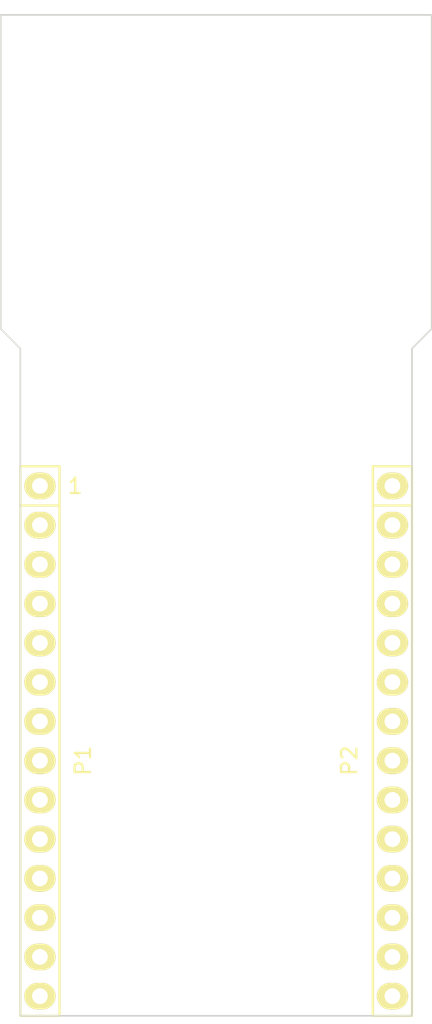
<source format=kicad_pcb>
(kicad_pcb (version 20221018) (generator pcbnew)
  (title_block (date "sam. 04 avril 2015"))
  (layers (0 "F.Cu" signal) (31 "B.Cu" signal) (34 "B.Paste" user) (35 "F.Paste" user) (36 "B.SilkS" user "B.Silkscreen") (37 "F.SilkS" user "F.Silkscreen") (38 "B.Mask" user) (39 "F.Mask" user) (44 "Edge.Cuts" user))
  (net 0 "")
  (net 1 "GND")
  (net 2 "/2")
  (net 3 "/3(**)")
  (net 4 "/4")
  (net 5 "/5(**)")
  (net 6 "/6(**)")
  (net 7 "/7")
  (net 8 "/8")
  (net 9 "/9(**)")
  (net 10 "/11(**/MOSI)")
  (net 11 "/12(MISO)")
  (net 12 "/AREF")
  (net 13 "/RxI")
  (net 14 "/TxO")
  (net 15 "/DTR")
  (net 16 "/A0")
  (net 17 "/A1")
  (net 18 "/A2")
  (net 19 "/A3")
  (net 20 "/A4(SDA)")
  (net 21 "/A5(SCL)")
  (net 22 "/A6")
  (net 23 "/A7")
  (net 24 "+3V3")
  (net 25 "/10(**/SS)")
  (net 26 "/13(SCK)")
  (footprint "Socket_Arduino_Fio:Socket_Strip_Straight_1x14" (layer "F.Cu") (at 130.048 92.456 -90)
    (fp_text reference "P1" (at 17.78 -2.794 270) (layer "F.SilkS"))
    (fp_text value "Digital")
    (fp_line (start -1.27 -1.27) (end -1.27 1.27) (stroke (width 0.15)) (layer "F.SilkS"))
    (fp_line (start -1.27 -1.27) (end 1.27 -1.27) (stroke (width 0.15)) (layer "F.SilkS"))
    (fp_line (start -1.27 1.27) (end 1.27 1.27) (stroke (width 0.15)) (layer "F.SilkS"))
    (fp_line (start 1.27 -1.27) (end 34.29 -1.27) (stroke (width 0.15)) (layer "F.SilkS"))
    (fp_line (start 1.27 1.27) (end 1.27 -1.27) (stroke (width 0.15)) (layer "F.SilkS"))
    (fp_line (start 34.29 -1.27) (end 34.29 1.27) (stroke (width 0.15)) (layer "F.SilkS"))
    (fp_line (start 34.29 1.27) (end 1.27 1.27) (stroke (width 0.15)) (layer "F.SilkS"))
    (pad "1" thru_hole oval locked (at 0 0 270) (size 1.7272 2.032) (drill 1.016) (layers "*.Cu" "*.Mask" "F.SilkS") (net 24 "+3V3"))
    (pad "2" thru_hole oval locked (at 2.54 0 270) (size 1.7272 2.032) (drill 1.016) (layers "*.Cu" "*.Mask" "F.SilkS") (net 1 "GND"))
    (pad "3" thru_hole oval locked (at 5.08 0 270) (size 1.7272 2.032) (drill 1.016) (layers "*.Cu" "*.Mask" "F.SilkS") (net 2 "/2"))
    (pad "4" thru_hole oval locked (at 7.62 0 270) (size 1.7272 2.032) (drill 1.016) (layers "*.Cu" "*.Mask" "F.SilkS") (net 3 "/3(**)"))
    (pad "5" thru_hole oval locked (at 10.16 0 270) (size 1.7272 2.032) (drill 1.016) (layers "*.Cu" "*.Mask" "F.SilkS") (net 4 "/4"))
    (pad "6" thru_hole oval locked (at 12.7 0 270) (size 1.7272 2.032) (drill 1.016) (layers "*.Cu" "*.Mask" "F.SilkS") (net 5 "/5(**)"))
    (pad "7" thru_hole oval locked (at 15.24 0 270) (size 1.7272 2.032) (drill 1.016) (layers "*.Cu" "*.Mask" "F.SilkS") (net 6 "/6(**)"))
    (pad "8" thru_hole oval locked (at 17.78 0 270) (size 1.7272 2.032) (drill 1.016) (layers "*.Cu" "*.Mask" "F.SilkS") (net 7 "/7"))
    (pad "9" thru_hole oval locked (at 20.32 0 270) (size 1.7272 2.032) (drill 1.016) (layers "*.Cu" "*.Mask" "F.SilkS") (net 8 "/8"))
    (pad "10" thru_hole oval locked (at 22.86 0 270) (size 1.7272 2.032) (drill 1.016) (layers "*.Cu" "*.Mask" "F.SilkS") (net 9 "/9(**)"))
    (pad "11" thru_hole oval locked (at 25.4 0 270) (size 1.7272 2.032) (drill 1.016) (layers "*.Cu" "*.Mask" "F.SilkS") (net 25 "/10(**/SS)"))
    (pad "12" thru_hole oval locked (at 27.94 0 270) (size 1.7272 2.032) (drill 1.016) (layers "*.Cu" "*.Mask" "F.SilkS") (net 10 "/11(**/MOSI)"))
    (pad "13" thru_hole oval locked (at 30.48 0 270) (size 1.7272 2.032) (drill 1.016) (layers "*.Cu" "*.Mask" "F.SilkS") (net 11 "/12(MISO)"))
    (pad "14" thru_hole oval locked (at 33.02 0 270) (size 1.7272 2.032) (drill 1.016) (layers "*.Cu" "*.Mask" "F.SilkS") (net 26 "/13(SCK)"))
  )
  (footprint "Socket_Arduino_Fio:Socket_Strip_Straight_1x14" (layer "F.Cu") (at 152.908 92.456 -90)
    (fp_text reference "P2" (at 17.78 2.794 270) (layer "F.SilkS"))
    (fp_text value "Analog")
    (fp_line (start -1.27 -1.27) (end -1.27 1.27) (stroke (width 0.15)) (layer "F.SilkS"))
    (fp_line (start -1.27 -1.27) (end 1.27 -1.27) (stroke (width 0.15)) (layer "F.SilkS"))
    (fp_line (start -1.27 1.27) (end 1.27 1.27) (stroke (width 0.15)) (layer "F.SilkS"))
    (fp_line (start 1.27 -1.27) (end 34.29 -1.27) (stroke (width 0.15)) (layer "F.SilkS"))
    (fp_line (start 1.27 1.27) (end 1.27 -1.27) (stroke (width 0.15)) (layer "F.SilkS"))
    (fp_line (start 34.29 -1.27) (end 34.29 1.27) (stroke (width 0.15)) (layer "F.SilkS"))
    (fp_line (start 34.29 1.27) (end 1.27 1.27) (stroke (width 0.15)) (layer "F.SilkS"))
    (pad "1" thru_hole oval locked (at 0 0 270) (size 1.7272 2.032) (drill 1.016) (layers "*.Cu" "*.Mask" "F.SilkS") (net 1 "GND"))
    (pad "2" thru_hole oval locked (at 2.54 0 270) (size 1.7272 2.032) (drill 1.016) (layers "*.Cu" "*.Mask" "F.SilkS") (net 12 "/AREF"))
    (pad "3" thru_hole oval locked (at 5.08 0 270) (size 1.7272 2.032) (drill 1.016) (layers "*.Cu" "*.Mask" "F.SilkS") (net 24 "+3V3"))
    (pad "4" thru_hole oval locked (at 7.62 0 270) (size 1.7272 2.032) (drill 1.016) (layers "*.Cu" "*.Mask" "F.SilkS") (net 13 "/RxI"))
    (pad "5" thru_hole oval locked (at 10.16 0 270) (size 1.7272 2.032) (drill 1.016) (layers "*.Cu" "*.Mask" "F.SilkS") (net 14 "/TxO"))
    (pad "6" thru_hole oval locked (at 12.7 0 270) (size 1.7272 2.032) (drill 1.016) (layers "*.Cu" "*.Mask" "F.SilkS") (net 15 "/DTR"))
    (pad "7" thru_hole oval locked (at 15.24 0 270) (size 1.7272 2.032) (drill 1.016) (layers "*.Cu" "*.Mask" "F.SilkS") (net 16 "/A0"))
    (pad "8" thru_hole oval locked (at 17.78 0 270) (size 1.7272 2.032) (drill 1.016) (layers "*.Cu" "*.Mask" "F.SilkS") (net 17 "/A1"))
    (pad "9" thru_hole oval locked (at 20.32 0 270) (size 1.7272 2.032) (drill 1.016) (layers "*.Cu" "*.Mask" "F.SilkS") (net 18 "/A2"))
    (pad "10" thru_hole oval locked (at 22.86 0 270) (size 1.7272 2.032) (drill 1.016) (layers "*.Cu" "*.Mask" "F.SilkS") (net 19 "/A3"))
    (pad "11" thru_hole oval locked (at 25.4 0 270) (size 1.7272 2.032) (drill 1.016) (layers "*.Cu" "*.Mask" "F.SilkS") (net 20 "/A4(SDA)"))
    (pad "12" thru_hole oval locked (at 27.94 0 270) (size 1.7272 2.032) (drill 1.016) (layers "*.Cu" "*.Mask" "F.SilkS") (net 21 "/A5(SCL)"))
    (pad "13" thru_hole oval locked (at 30.48 0 270) (size 1.7272 2.032) (drill 1.016) (layers "*.Cu" "*.Mask" "F.SilkS") (net 22 "/A6"))
    (pad "14" thru_hole oval locked (at 33.02 0 270) (size 1.7272 2.032) (drill 1.016) (layers "*.Cu" "*.Mask" "F.SilkS") (net 23 "/A7"))
  )
  (gr_line (start 155.448 82.296) (end 155.448 61.976) (stroke (width 0.1)) (layer "Edge.Cuts"))
  (gr_line (start 154.178 83.566) (end 155.448 82.296) (stroke (width 0.1)) (layer "Edge.Cuts"))
  (gr_line (start 128.778 126.746) (end 154.178 126.746) (stroke (width 0.1)) (layer "Edge.Cuts"))
  (gr_line (start 154.178 126.746) (end 154.178 83.566) (stroke (width 0.1)) (layer "Edge.Cuts"))
  (gr_line (start 128.778 83.566) (end 128.778 126.746) (stroke (width 0.1)) (layer "Edge.Cuts"))
  (gr_line (start 127.508 61.976) (end 127.508 82.296) (stroke (width 0.1)) (layer "Edge.Cuts"))
  (gr_line (start 155.448 61.976) (end 127.508 61.976) (stroke (width 0.1)) (layer "Edge.Cuts"))
  (gr_line (start 127.508 82.296) (end 128.778 83.566) (stroke (width 0.1)) (layer "Edge.Cuts"))
  (gr_text "1\n" (at 132.334 92.456) (layer "F.SilkS") (effects (font (size 1 1))))
)
</source>
